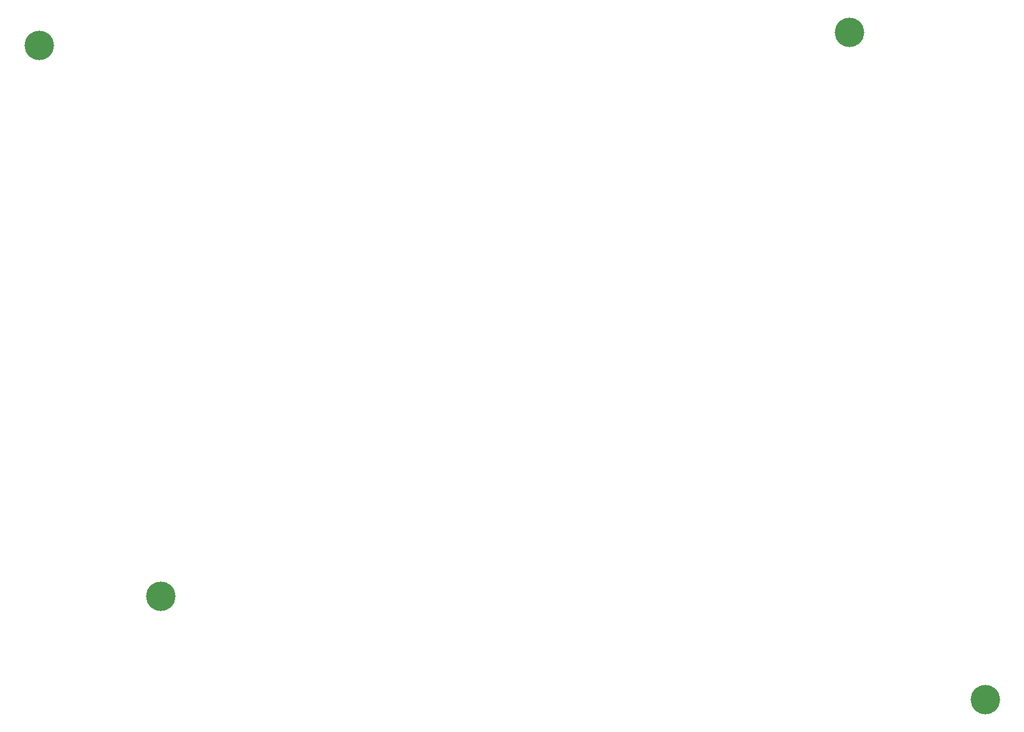
<source format=gts>
G04 #@! TF.GenerationSoftware,KiCad,Pcbnew,(5.1.5)-3*
G04 #@! TF.CreationDate,2020-05-13T01:52:57+04:00*
G04 #@! TF.ProjectId,redox_rev2_ng-TOP,7265646f-785f-4726-9576-325f6e672d54,2.0 NG*
G04 #@! TF.SameCoordinates,Original*
G04 #@! TF.FileFunction,Soldermask,Top*
G04 #@! TF.FilePolarity,Negative*
%FSLAX46Y46*%
G04 Gerber Fmt 4.6, Leading zero omitted, Abs format (unit mm)*
G04 Created by KiCad (PCBNEW (5.1.5)-3) date 2020-05-13 01:52:57*
%MOMM*%
%LPD*%
G04 APERTURE LIST*
%ADD10C,4.000000*%
G04 APERTURE END LIST*
D10*
X195839000Y-52200000D03*
X85725000Y-53975000D03*
X102287000Y-128905000D03*
X214249000Y-143002000D03*
M02*

</source>
